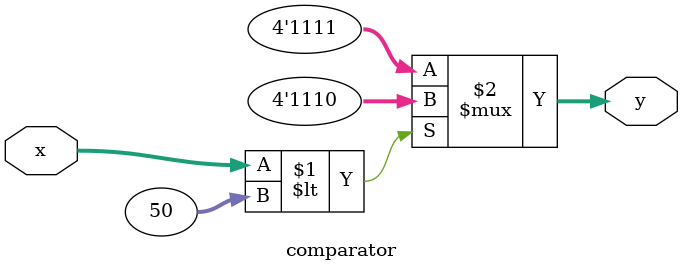
<source format=sv>
`timescale 1ns / 1ps

module fnd (
    input  logic        PCLK,
    input  logic        PRESET,
    // apb bus 
    input  logic [ 2:0] PADDR,
    input  logic        PWRITE,
    input  logic        PSEL,
    input  logic        PENABLE,
    input  logic [31:0] PWDATA,
    output logic [31:0] PRDATA,
    output logic        PREADY,
    output logic [ 3:0] fndcom,
    output logic [ 7:0] fndfont
);

    logic [13:0] count_data;

    APB_Intf_gpio apb_int_gpio (
        // global signal
        .pclk   (PCLK),
        .preset (PRESET),
        // apb bus 
        .paddr  (PADDR),
        .pwrite (PWRITE),
        .psel   (PSEL),
        .penable(PENABLE),
        .pwdata (PWDATA), 
        .prdata (PRDATA),
        .pready (PREADY),
        // port
        .mode   (count_data),
        .outData()
    );

    fnd_control_ip U_fnd_control_ip (
        .clk    (PCLK),
        .reset  (PRESET),
        .count  (count_data),  // 0.1sec
        .fndcom (fndcom),
        .fndfont(fndfont)
    );

endmodule

module APB_Intf_gpio (
    // global signal
    input  logic        pclk,
    input  logic        preset,
    // apb bus 
    input  logic [ 2:0] paddr,
    input  logic        pwrite,
    input  logic        psel,
    input  logic        penable,
    input  logic [31:0] pwdata,
    output logic [31:0] prdata,
    output logic        pready,
    // port
    output logic [13:0] mode,
    output logic [ 3:0] outData
);

    logic [31:0] FND;
    logic [31:0] ODR;

    assign mode = FND[13:0];
    assign outData = ODR;

    always_ff @(posedge pclk) begin
        if (psel & pwrite & penable) begin
            case (paddr[2])
                1'b0: FND <= pwdata;
                1'b1: ODR <= pwdata;
            endcase
        end
    end

    always_ff @(posedge pclk) begin
        if (psel & !pwrite & penable) begin
            case (paddr[2])
                1'b0: prdata <= FND;
                1'b1: prdata <= ODR;
            endcase
        end
    end

    always_ff @(posedge pclk) begin
        if (psel & penable) pready <= 1'b1;
        else pready <= 1'b0;
    end
endmodule

module fnd_control_ip (
    input  logic        clk,
    input  logic        reset,
    input  logic [13:0] count,   // 0.1sec
    output logic [ 3:0] fndcom,
    output logic [ 7:0] fndfont
);

    wire [3:0] w_digit_1, w_digit_10;
    wire [3:0] w_digit_100, w_digit_1000;
    wire [2:0] w_fndsel;
    wire [3:0] w_bcd, w_min_hour_bcd, w_sec_msec_bcd, w_dot;
    wire w_clk;

    clk_div U_clk_div (
        .clk  (clk),
        .reset(reset),
        .o_clk(w_clk)
    );

    counter U_counter (
        .clk    (w_clk),
        .reset  (reset),
        .counter(w_fndsel)
    );

    decoder_3x8 U_decoder_3x8 (
        .switch_in (w_fndsel),
        .switch_out(fndcom)
    );

    digit_splitter U_msec_splitter (
        .digit     (count),
        .digit_1   (w_digit_1),
        .digit_10  (w_digit_10),
        .digit_100 (w_digit_100),
        .digit_1000(w_digit_1000)
    );

    // comparator U_msec_comparator (
    //     .x(msec),
    //     .y(w_dot)
    // );

    mux_8x1 U_msec_sec_mux_8x1 (
        .sel(w_fndsel),
        .x0 (w_digit_1),
        .x1 (w_digit_10),
        .x2 (w_digit_100),
        .x3 (w_digit_1000),
        .x4 (4'hf),
        .x5 (4'hf),
        .x6 (4'hf),
        .x7 (4'hf),
        .y  (w_sec_msec_bcd)
    );

    BCDtoSEG_decoder U_BCDtoSEG (
        .bcd(w_sec_msec_bcd),
        .seg(fndfont)
    );
endmodule


module counter (
    input            clk,
    input            reset,
    output reg [2:0] counter
);
    always @(posedge clk, posedge reset) begin
        if (reset) begin
            counter <= 0;
        end else begin
            counter <= counter + 1;
        end
    end
endmodule

module clk_div (
    input  clk,
    input  reset,
    output o_clk
);

    reg [16:0] r_counter;
    reg r_clk;

    assign o_clk = r_clk;  // enable 'output reg o_clk'

    always @(posedge clk, posedge reset) begin
        if (reset) begin
            r_counter <= 0;
            r_clk <= 1'b0;
        end else begin
            if (r_counter == 100_000 - 1) begin
                r_counter <= 0;
                r_clk <= 1'b1;
            end else begin
                r_counter <= r_counter + 1;
                r_clk <= 1'b0;
            end
        end
    end
endmodule

module digit_splitter (
    input  [13:0] digit,
    output [ 3:0] digit_1,
    output [ 3:0] digit_10,
    output [ 3:0] digit_100,
    output [ 3:0] digit_1000
);

    assign digit_1    = digit % 10;
    assign digit_10   = digit / 10 % 10;
    assign digit_100  = digit / 100 % 10;
    assign digit_1000 = digit / 1000 % 10;

endmodule

module mux_8x1 (
    input      [2:0] sel,
    input      [3:0] x0,
    input      [3:0] x1,
    input      [3:0] x2,
    input      [3:0] x3,
    input      [3:0] x4,
    input      [3:0] x5,
    input      [3:0] x6,
    input      [3:0] x7,
    output reg [3:0] y
);
    always @(*) begin  // all input
        case (sel)
            3'b000:  y = x0;
            3'b001:  y = x1;
            3'b010:  y = x2;
            3'b011:  y = x3;
            3'b100:  y = x4;
            3'b101:  y = x5;
            3'b110:  y = x6;
            3'b111:  y = x7;
            default: y = 4'bx;  // unknown
        endcase
    end

endmodule

// module mux_2x1 (
//     input            sel,
//     input      [3:0] x0,
//     input      [3:0] x1,
//     output reg [3:0] y
// );
//     always @(*) begin  // all input
//         case (sel)
//             1'b0: y = x0;
//             1'b1: y = x1;
//             default: y = 4'bx;  // unknown
//         endcase
//     end

// endmodule

module decoder_3x8 (
    input [2:0] switch_in,
    output reg [3:0] switch_out
);

    always @(switch_in) begin
        case (switch_in)
            3'b000:  switch_out = 4'b1110;
            3'b001:  switch_out = 4'b1101;
            3'b010:  switch_out = 4'b1011;
            3'b011:  switch_out = 4'b0111;
            3'b100:  switch_out = 4'b1110;
            3'b101:  switch_out = 4'b1101;
            3'b110:  switch_out = 4'b1011;
            3'b111:  switch_out = 4'b0111;
            default: switch_out = 4'b1111;
        endcase
    end
endmodule


module BCDtoSEG_decoder (
    input [3:0] bcd,
    output reg [7:0] seg

);
    always @(bcd) begin
        case (bcd)
            4'h0: seg = 8'hc0;
            4'h1: seg = 8'hf9;
            4'h2: seg = 8'ha4;
            4'h3: seg = 8'hb0;
            4'h4: seg = 8'h99;
            4'h5: seg = 8'h92;
            4'h6: seg = 8'h82;
            4'h7: seg = 8'hf8;
            4'h8: seg = 8'h80;
            4'h9: seg = 8'h90;
            4'ha: seg = 8'h88;
            4'hb: seg = 8'h83;
            4'hc: seg = 8'hc6;
            4'hd: seg = 8'ha1;
            4'he: seg = 8'h7f;  // dot on
            4'hf: seg = 8'hff;  // dot off
            default: seg = 8'hff;
        endcase
    end
endmodule

module comparator (
    input  [6:0] x,
    output [3:0] y
);

    assign y = (x < 50) ? 4'he : 4'hf;  // dot on : off
endmodule


</source>
